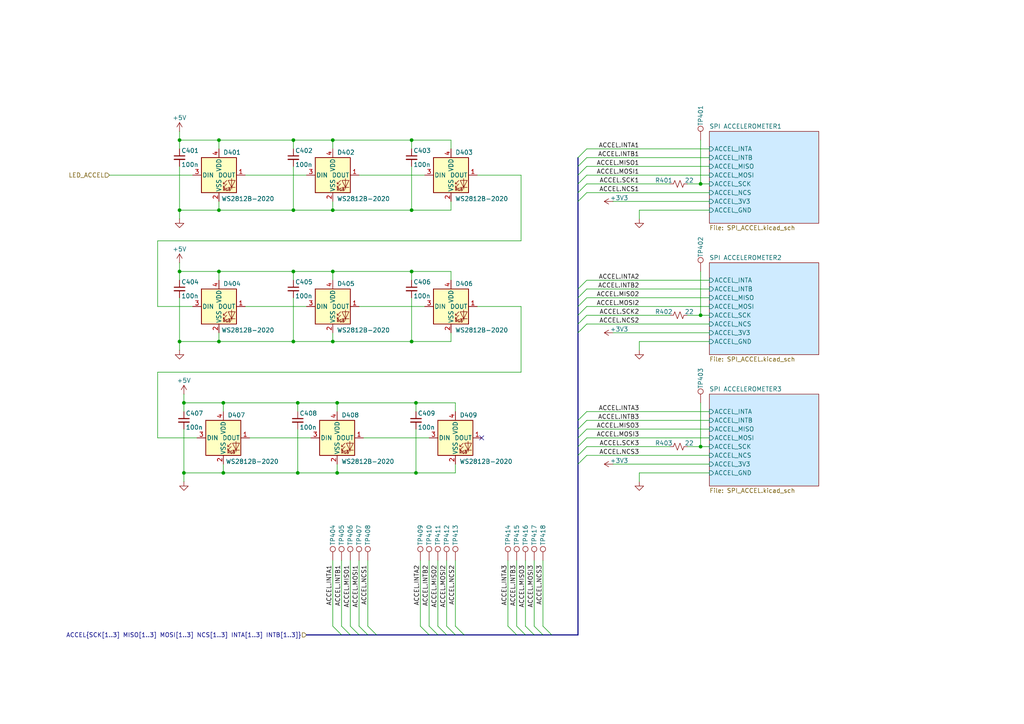
<source format=kicad_sch>
(kicad_sch (version 20231120) (generator "eeschema") (generator_version "8.0")
  (paper "A4")
  (lib_symbols
    (symbol "Connector:TestPoint" (pin_numbers hide) (pin_names (offset 0.762) hide)
      (property "Reference" "TP" (at 0 6.858 0))
      (property "Value" "TestPoint" (at 0 5.08 0))
      (symbol "TestPoint_0_1"
        (circle (center 0 3.302) (radius 0.762))
      )
      (symbol "TestPoint_1_1"
        (pin passive line (at 0 0 90) (length 2.54) (name "1") (number "1"))
      )
    )
    (symbol "Device:C_Small" (pin_numbers hide) (pin_names (offset 0.254) hide)
      (property "Reference" "C" (at 0.254 1.778 0))
      (property "Value" "C_Small" (at 0.254 -2.032 0))
      (symbol "C_Small_0_1"
        (polyline (pts (xy -1.524 -0.508) (xy 1.524 -0.508)) (stroke (width 0.3302)))
        (polyline (pts (xy -1.524 0.508) (xy 1.524 0.508)) (stroke (width 0.3048)))
      )
      (symbol "C_Small_1_1"
        (pin passive line (at 0 2.54 270) (length 2.032) (name "~") (number "1"))
        (pin passive line (at 0 -2.54 90) (length 2.032) (name "~") (number "2"))
      )
    )
    (symbol "Device:R_Small_US" (pin_numbers hide) (pin_names (offset 0.254) hide)
      (property "Reference" "R" (at 0.762 0.508 0))
      (property "Value" "R_Small_US" (at 0.762 -1.016 0))
      (symbol "R_Small_US_1_1"
        (polyline (pts (xy 0 0) (xy 1.016 -0.381) (xy 0 -0.762) (xy -1.016 -1.143) (xy 0 -1.524)))
        (polyline (pts (xy 0 1.524) (xy 1.016 1.143) (xy 0 0.762) (xy -1.016 0.381) (xy 0 0)))
        (pin passive line (at 0 2.54 270) (length 1.016) (name "~") (number "1"))
        (pin passive line (at 0 -2.54 90) (length 1.016) (name "~") (number "2"))
      )
    )
    (symbol "LED:WS2812B-2020" (pin_names (offset 0.254))
      (property "Reference" "D" (at 5.08 5.715 0))
      (property "Value" "WS2812B-2020" (at 1.27 -5.715 0))
      (symbol "WS2812B-2020_0_0"
        (text "RGB" (at 2.286 -4.191 0) (effects (font (size 0.762 0.762))))
      )
      (symbol "WS2812B-2020_0_1"
        (polyline (pts (xy 1.27 -3.556) (xy 1.778 -3.556)))
        (polyline (pts (xy 1.27 -2.54) (xy 1.778 -2.54)))
        (polyline (pts (xy 4.699 -3.556) (xy 2.667 -3.556)))
        (polyline (pts (xy 2.286 -2.54) (xy 1.27 -3.556) (xy 1.27 -3.048)))
        (polyline (pts (xy 2.286 -1.524) (xy 1.27 -2.54) (xy 1.27 -2.032)))
        (polyline (pts (xy 3.683 -1.016) (xy 3.683 -3.556) (xy 3.683 -4.064)))
        (polyline (pts (xy 4.699 -1.524) (xy 2.667 -1.524) (xy 3.683 -3.556) (xy 4.699 -1.524)))
        (rectangle (start 5.08 5.08) (end -5.08 -5.08) (stroke (width 0.254)) (fill (type background)))
      )
      (symbol "WS2812B-2020_1_1"
        (pin output line (at 7.62 0 180) (length 2.54) (name "DOUT") (number "1"))
        (pin power_in line (at 0 -7.62 90) (length 2.54) (name "VSS") (number "2"))
        (pin input line (at -7.62 0 0) (length 2.54) (name "DIN") (number "3"))
        (pin power_in line (at 0 7.62 270) (length 2.54) (name "VDD") (number "4"))
      )
    )
    (symbol "power:+3V3" (power) (pin_numbers hide) (pin_names (offset 0) hide)
      (property "Value" "+3V3" (at 0 3.556 0))
      (symbol "+3V3_0_1"
        (polyline (pts (xy -0.762 1.27) (xy 0 2.54)))
        (polyline (pts (xy 0 0) (xy 0 2.54)))
        (polyline (pts (xy 0 2.54) (xy 0.762 1.27)))
      )
      (symbol "+3V3_1_1"
        (pin power_in line (at 0 0 90) (length 0) (name "~") (number "1"))
      )
    )
    (symbol "power:+5V" (power) (pin_numbers hide) (pin_names (offset 0) hide)
      (property "Value" "+5V" (at 0 3.556 0))
      (symbol "+5V_0_1"
        (polyline (pts (xy -0.762 1.27) (xy 0 2.54)))
        (polyline (pts (xy 0 0) (xy 0 2.54)))
        (polyline (pts (xy 0 2.54) (xy 0.762 1.27)))
      )
      (symbol "+5V_1_1"
        (pin power_in line (at 0 0 90) (length 0) (name "~") (number "1"))
      )
    )
    (symbol "power:GND" (power) (pin_numbers hide) (pin_names (offset 0) hide)
      (property "Value" "GND" (at 0 -3.81 0))
      (symbol "GND_0_1"
        (polyline (pts (xy 0 0) (xy 0 -1.27) (xy 1.27 -1.27) (xy 0 -2.54) (xy -1.27 -1.27) (xy 0 -1.27)))
      )
      (symbol "GND_1_1"
        (pin power_in line (at 0 0 270) (length 0) (name "~") (number "1"))
      )
    )
  )
  (junction (at 96.52 40.64))
  (junction (at 97.79 137.16))
  (junction (at 96.52 99.06))
  (junction (at 63.5 78.74))
  (junction (at 52.07 60.96))
  (junction (at 203.2 129.54))
  (junction (at 203.2 53.34))
  (junction (at 86.36 116.84))
  (junction (at 53.34 137.16))
  (junction (at 119.38 78.74))
  (junction (at 86.36 137.16))
  (junction (at 96.52 78.74))
  (junction (at 119.38 99.06))
  (junction (at 120.65 137.16))
  (junction (at 63.5 99.06))
  (junction (at 52.07 99.06))
  (junction (at 85.09 78.74))
  (junction (at 119.38 60.96))
  (junction (at 85.09 40.64))
  (junction (at 64.77 116.84))
  (junction (at 120.65 116.84))
  (junction (at 85.09 99.06))
  (junction (at 96.52 60.96))
  (junction (at 203.2 91.44))
  (junction (at 53.34 116.84))
  (junction (at 85.09 60.96))
  (junction (at 64.77 137.16))
  (junction (at 52.07 78.74))
  (junction (at 63.5 40.64))
  (junction (at 63.5 60.96))
  (junction (at 119.38 40.64))
  (junction (at 97.79 116.84))
  (junction (at 52.07 40.64))
  (no_connect (at 139.7 127))
  (bus_entry (at 167.64 55.88) (size 2.54 -2.54))
  (bus_entry (at 167.64 132.08) (size 2.54 -2.54))
  (bus_entry (at 99.06 184.15) (size -2.54 -2.54))
  (bus_entry (at 129.54 184.15) (size -2.54 -2.54))
  (bus_entry (at 167.64 91.44) (size 2.54 -2.54))
  (bus_entry (at 167.64 121.92) (size 2.54 -2.54))
  (bus_entry (at 167.64 53.34) (size 2.54 -2.54))
  (bus_entry (at 149.86 184.15) (size -2.54 -2.54))
  (bus_entry (at 167.64 86.36) (size 2.54 -2.54))
  (bus_entry (at 167.64 50.8) (size 2.54 -2.54))
  (bus_entry (at 154.94 184.15) (size -2.54 -2.54))
  (bus_entry (at 160.02 184.15) (size -2.54 -2.54))
  (bus_entry (at 104.14 184.15) (size -2.54 -2.54))
  (bus_entry (at 167.64 58.42) (size 2.54 -2.54))
  (bus_entry (at 101.6 184.15) (size -2.54 -2.54))
  (bus_entry (at 167.64 124.46) (size 2.54 -2.54))
  (bus_entry (at 167.64 96.52) (size 2.54 -2.54))
  (bus_entry (at 167.64 134.62) (size 2.54 -2.54))
  (bus_entry (at 106.68 184.15) (size -2.54 -2.54))
  (bus_entry (at 124.46 184.15) (size -2.54 -2.54))
  (bus_entry (at 109.22 184.15) (size -2.54 -2.54))
  (bus_entry (at 167.64 88.9) (size 2.54 -2.54))
  (bus_entry (at 127 184.15) (size -2.54 -2.54))
  (bus_entry (at 167.64 45.72) (size 2.54 -2.54))
  (bus_entry (at 167.64 129.54) (size 2.54 -2.54))
  (bus_entry (at 157.48 184.15) (size -2.54 -2.54))
  (bus_entry (at 167.64 83.82) (size 2.54 -2.54))
  (bus_entry (at 167.64 93.98) (size 2.54 -2.54))
  (bus_entry (at 132.08 184.15) (size -2.54 -2.54))
  (bus_entry (at 167.64 48.26) (size 2.54 -2.54))
  (bus_entry (at 167.64 127) (size 2.54 -2.54))
  (bus_entry (at 152.4 184.15) (size -2.54 -2.54))
  (bus_entry (at 134.62 184.15) (size -2.54 -2.54))
  (bus (pts (xy 167.64 124.46) (xy 167.64 127)))
  (wire (pts (xy 85.09 78.74) (xy 85.09 81.28)))
  (wire (pts (xy 203.2 53.34) (xy 205.74 53.34)))
  (wire (pts (xy 86.36 116.84) (xy 86.36 119.38)))
  (wire (pts (xy 170.18 127) (xy 205.74 127)))
  (wire (pts (xy 96.52 58.42) (xy 96.52 60.96)))
  (wire (pts (xy 106.68 162.56) (xy 106.68 181.61)))
  (wire (pts (xy 170.18 81.28) (xy 205.74 81.28)))
  (wire (pts (xy 185.42 99.06) (xy 205.74 99.06)))
  (wire (pts (xy 170.18 48.26) (xy 205.74 48.26)))
  (wire (pts (xy 127 181.61) (xy 127 162.56)))
  (wire (pts (xy 97.79 116.84) (xy 120.65 116.84)))
  (wire (pts (xy 86.36 124.46) (xy 86.36 137.16)))
  (wire (pts (xy 85.09 86.36) (xy 85.09 99.06)))
  (wire (pts (xy 132.08 162.56) (xy 132.08 181.61)))
  (bus (pts (xy 167.64 93.98) (xy 167.64 96.52)))
  (wire (pts (xy 170.18 129.54) (xy 194.31 129.54)))
  (wire (pts (xy 130.81 58.42) (xy 130.81 60.96)))
  (bus (pts (xy 109.22 184.15) (xy 124.46 184.15)))
  (wire (pts (xy 63.5 99.06) (xy 85.09 99.06)))
  (wire (pts (xy 170.18 119.38) (xy 205.74 119.38)))
  (bus (pts (xy 106.68 184.15) (xy 109.22 184.15)))
  (wire (pts (xy 170.18 124.46) (xy 205.74 124.46)))
  (wire (pts (xy 119.38 48.26) (xy 119.38 60.96)))
  (wire (pts (xy 104.14 88.9) (xy 123.19 88.9)))
  (wire (pts (xy 119.38 40.64) (xy 119.38 43.18)))
  (wire (pts (xy 52.07 38.1) (xy 52.07 40.64)))
  (wire (pts (xy 96.52 78.74) (xy 96.52 81.28)))
  (wire (pts (xy 85.09 60.96) (xy 96.52 60.96)))
  (wire (pts (xy 96.52 60.96) (xy 119.38 60.96)))
  (bus (pts (xy 167.64 48.26) (xy 167.64 50.8)))
  (bus (pts (xy 154.94 184.15) (xy 157.48 184.15)))
  (bus (pts (xy 167.64 45.72) (xy 167.64 48.26)))
  (wire (pts (xy 203.2 91.44) (xy 205.74 91.44)))
  (wire (pts (xy 149.86 162.56) (xy 149.86 181.61)))
  (bus (pts (xy 167.64 91.44) (xy 167.64 93.98)))
  (wire (pts (xy 185.42 139.7) (xy 185.42 137.16)))
  (bus (pts (xy 101.6 184.15) (xy 104.14 184.15)))
  (wire (pts (xy 185.42 60.96) (xy 205.74 60.96)))
  (wire (pts (xy 97.79 134.62) (xy 97.79 137.16)))
  (wire (pts (xy 53.34 114.3) (xy 53.34 116.84)))
  (wire (pts (xy 170.18 43.18) (xy 205.74 43.18)))
  (bus (pts (xy 167.64 134.62) (xy 167.64 184.15)))
  (bus (pts (xy 124.46 184.15) (xy 127 184.15)))
  (bus (pts (xy 134.62 184.15) (xy 149.86 184.15)))
  (wire (pts (xy 85.09 78.74) (xy 96.52 78.74)))
  (wire (pts (xy 119.38 60.96) (xy 130.81 60.96)))
  (wire (pts (xy 53.34 137.16) (xy 64.77 137.16)))
  (wire (pts (xy 96.52 78.74) (xy 119.38 78.74)))
  (bus (pts (xy 104.14 184.15) (xy 106.68 184.15)))
  (bus (pts (xy 132.08 184.15) (xy 134.62 184.15)))
  (wire (pts (xy 170.18 86.36) (xy 205.74 86.36)))
  (wire (pts (xy 170.18 93.98) (xy 205.74 93.98)))
  (wire (pts (xy 63.5 40.64) (xy 85.09 40.64)))
  (wire (pts (xy 119.38 78.74) (xy 119.38 81.28)))
  (wire (pts (xy 53.34 116.84) (xy 53.34 119.38)))
  (bus (pts (xy 167.64 132.08) (xy 167.64 134.62)))
  (wire (pts (xy 97.79 116.84) (xy 97.79 119.38)))
  (wire (pts (xy 199.39 53.34) (xy 203.2 53.34)))
  (wire (pts (xy 45.72 69.85) (xy 45.72 88.9)))
  (wire (pts (xy 170.18 45.72) (xy 205.74 45.72)))
  (wire (pts (xy 63.5 43.18) (xy 63.5 40.64)))
  (wire (pts (xy 170.18 53.34) (xy 194.31 53.34)))
  (wire (pts (xy 170.18 55.88) (xy 205.74 55.88)))
  (wire (pts (xy 45.72 107.95) (xy 45.72 127)))
  (wire (pts (xy 138.43 88.9) (xy 151.13 88.9)))
  (wire (pts (xy 199.39 129.54) (xy 203.2 129.54)))
  (wire (pts (xy 63.5 81.28) (xy 63.5 78.74)))
  (wire (pts (xy 45.72 127) (xy 57.15 127)))
  (wire (pts (xy 185.42 101.6) (xy 185.42 99.06)))
  (wire (pts (xy 31.75 50.8) (xy 55.88 50.8)))
  (bus (pts (xy 167.64 129.54) (xy 167.64 132.08)))
  (wire (pts (xy 85.09 99.06) (xy 96.52 99.06)))
  (bus (pts (xy 167.64 96.52) (xy 167.64 121.92)))
  (wire (pts (xy 170.18 121.92) (xy 205.74 121.92)))
  (wire (pts (xy 63.5 60.96) (xy 85.09 60.96)))
  (wire (pts (xy 53.34 124.46) (xy 53.34 137.16)))
  (bus (pts (xy 167.64 50.8) (xy 167.64 53.34)))
  (wire (pts (xy 132.08 116.84) (xy 132.08 119.38)))
  (wire (pts (xy 151.13 88.9) (xy 151.13 107.95)))
  (bus (pts (xy 127 184.15) (xy 129.54 184.15)))
  (wire (pts (xy 72.39 127) (xy 90.17 127)))
  (bus (pts (xy 167.64 58.42) (xy 167.64 83.82)))
  (wire (pts (xy 52.07 86.36) (xy 52.07 99.06)))
  (wire (pts (xy 96.52 40.64) (xy 96.52 43.18)))
  (bus (pts (xy 157.48 184.15) (xy 160.02 184.15)))
  (wire (pts (xy 53.34 116.84) (xy 64.77 116.84)))
  (wire (pts (xy 129.54 162.56) (xy 129.54 181.61)))
  (bus (pts (xy 167.64 121.92) (xy 167.64 124.46)))
  (wire (pts (xy 170.18 91.44) (xy 194.31 91.44)))
  (bus (pts (xy 99.06 184.15) (xy 101.6 184.15)))
  (wire (pts (xy 64.77 134.62) (xy 64.77 137.16)))
  (wire (pts (xy 52.07 99.06) (xy 63.5 99.06)))
  (wire (pts (xy 101.6 181.61) (xy 101.6 162.56)))
  (wire (pts (xy 203.2 40.64) (xy 203.2 53.34)))
  (wire (pts (xy 120.65 116.84) (xy 132.08 116.84)))
  (wire (pts (xy 52.07 43.18) (xy 52.07 40.64)))
  (wire (pts (xy 45.72 88.9) (xy 55.88 88.9)))
  (bus (pts (xy 149.86 184.15) (xy 152.4 184.15)))
  (wire (pts (xy 63.5 78.74) (xy 85.09 78.74)))
  (wire (pts (xy 170.18 83.82) (xy 205.74 83.82)))
  (wire (pts (xy 170.18 88.9) (xy 205.74 88.9)))
  (wire (pts (xy 203.2 116.84) (xy 203.2 129.54)))
  (wire (pts (xy 104.14 50.8) (xy 123.19 50.8)))
  (wire (pts (xy 120.65 116.84) (xy 120.65 119.38)))
  (wire (pts (xy 121.92 181.61) (xy 121.92 162.56)))
  (wire (pts (xy 71.12 88.9) (xy 88.9 88.9)))
  (bus (pts (xy 129.54 184.15) (xy 132.08 184.15)))
  (wire (pts (xy 64.77 137.16) (xy 86.36 137.16)))
  (wire (pts (xy 52.07 60.96) (xy 63.5 60.96)))
  (wire (pts (xy 105.41 127) (xy 124.46 127)))
  (bus (pts (xy 167.64 83.82) (xy 167.64 86.36)))
  (wire (pts (xy 53.34 139.7) (xy 53.34 137.16)))
  (wire (pts (xy 152.4 181.61) (xy 152.4 162.56)))
  (wire (pts (xy 170.18 132.08) (xy 205.74 132.08)))
  (wire (pts (xy 64.77 116.84) (xy 86.36 116.84)))
  (wire (pts (xy 71.12 50.8) (xy 88.9 50.8)))
  (wire (pts (xy 85.09 48.26) (xy 85.09 60.96)))
  (bus (pts (xy 167.64 55.88) (xy 167.64 58.42)))
  (wire (pts (xy 177.8 58.42) (xy 205.74 58.42)))
  (wire (pts (xy 154.94 162.56) (xy 154.94 181.61)))
  (wire (pts (xy 151.13 50.8) (xy 151.13 69.85)))
  (wire (pts (xy 130.81 78.74) (xy 130.81 81.28)))
  (wire (pts (xy 52.07 101.6) (xy 52.07 99.06)))
  (wire (pts (xy 119.38 86.36) (xy 119.38 99.06)))
  (wire (pts (xy 177.8 134.62) (xy 205.74 134.62)))
  (wire (pts (xy 185.42 63.5) (xy 185.42 60.96)))
  (bus (pts (xy 152.4 184.15) (xy 154.94 184.15)))
  (wire (pts (xy 177.8 96.52) (xy 205.74 96.52)))
  (wire (pts (xy 170.18 50.8) (xy 205.74 50.8)))
  (bus (pts (xy 160.02 184.15) (xy 167.64 184.15)))
  (wire (pts (xy 130.81 96.52) (xy 130.81 99.06)))
  (wire (pts (xy 151.13 69.85) (xy 45.72 69.85)))
  (wire (pts (xy 63.5 58.42) (xy 63.5 60.96)))
  (wire (pts (xy 119.38 99.06) (xy 130.81 99.06)))
  (wire (pts (xy 52.07 78.74) (xy 63.5 78.74)))
  (bus (pts (xy 167.64 86.36) (xy 167.64 88.9)))
  (wire (pts (xy 119.38 78.74) (xy 130.81 78.74)))
  (wire (pts (xy 86.36 137.16) (xy 97.79 137.16)))
  (bus (pts (xy 167.64 88.9) (xy 167.64 91.44)))
  (wire (pts (xy 185.42 137.16) (xy 205.74 137.16)))
  (wire (pts (xy 203.2 78.74) (xy 203.2 91.44)))
  (wire (pts (xy 199.39 91.44) (xy 203.2 91.44)))
  (wire (pts (xy 64.77 119.38) (xy 64.77 116.84)))
  (wire (pts (xy 130.81 40.64) (xy 130.81 43.18)))
  (wire (pts (xy 52.07 76.2) (xy 52.07 78.74)))
  (wire (pts (xy 96.52 96.52) (xy 96.52 99.06)))
  (wire (pts (xy 124.46 162.56) (xy 124.46 181.61)))
  (wire (pts (xy 63.5 96.52) (xy 63.5 99.06)))
  (wire (pts (xy 97.79 137.16) (xy 120.65 137.16)))
  (wire (pts (xy 120.65 137.16) (xy 132.08 137.16)))
  (wire (pts (xy 85.09 40.64) (xy 96.52 40.64)))
  (bus (pts (xy 167.64 127) (xy 167.64 129.54)))
  (bus (pts (xy 167.64 53.34) (xy 167.64 55.88)))
  (wire (pts (xy 86.36 116.84) (xy 97.79 116.84)))
  (wire (pts (xy 120.65 124.46) (xy 120.65 137.16)))
  (wire (pts (xy 104.14 162.56) (xy 104.14 181.61)))
  (wire (pts (xy 96.52 181.61) (xy 96.52 162.56)))
  (wire (pts (xy 96.52 99.06) (xy 119.38 99.06)))
  (wire (pts (xy 203.2 129.54) (xy 205.74 129.54)))
  (wire (pts (xy 151.13 107.95) (xy 45.72 107.95)))
  (wire (pts (xy 132.08 134.62) (xy 132.08 137.16)))
  (wire (pts (xy 52.07 78.74) (xy 52.07 81.28)))
  (wire (pts (xy 138.43 50.8) (xy 151.13 50.8)))
  (wire (pts (xy 85.09 40.64) (xy 85.09 43.18)))
  (wire (pts (xy 147.32 181.61) (xy 147.32 162.56)))
  (wire (pts (xy 157.48 162.56) (xy 157.48 181.61)))
  (bus (pts (xy 88.9 184.15) (xy 99.06 184.15)))
  (wire (pts (xy 96.52 40.64) (xy 119.38 40.64)))
  (wire (pts (xy 52.07 40.64) (xy 63.5 40.64)))
  (wire (pts (xy 99.06 162.56) (xy 99.06 181.61)))
  (wire (pts (xy 52.07 63.5) (xy 52.07 60.96)))
  (wire (pts (xy 119.38 40.64) (xy 130.81 40.64)))
  (wire (pts (xy 52.07 48.26) (xy 52.07 60.96)))
  (label "ACCEL.MOSI1" (at 104.14 163.83 270) (property "Netclass" "SPI" (effects (hide yes))))
  (label "ACCEL.INTB1" (at 99.06 163.83 270) (property "Netclass" "SPI" (effects (hide yes))))
  (label "ACCEL.INTA1" (at 96.52 163.83 270) (property "Netclass" "SPI" (effects (hide yes))))
  (label "ACCEL.NCS3" (at 185.42 132.08 180))
  (label "ACCEL.MISO1" (at 185.42 48.26 180))
  (label "ACCEL.MOSI2" (at 129.54 163.83 270) (property "Netclass" "SPI" (effects (hide yes))))
  (label "ACCEL.NCS3" (at 157.48 163.83 270) (property "Netclass" "SPI" (effects (hide yes))))
  (label "ACCEL.MOSI2" (at 185.42 88.9 180))
  (label "ACCEL.NCS1" (at 185.42 55.88 180))
  (label "ACCEL.INTA3" (at 185.42 119.38 180))
  (label "ACCEL.INTB1" (at 185.42 45.72 180))
  (label "ACCEL.INTB2" (at 185.42 83.82 180))
  (label "ACCEL.SCK2" (at 185.42 91.44 180))
  (label "ACCEL.MISO2" (at 185.42 86.36 180))
  (label "ACCEL.INTA2" (at 185.42 81.28 180))
  (label "ACCEL.MOSI1" (at 185.42 50.8 180))
  (label "ACCEL.NCS1" (at 106.68 163.83 270) (property "Netclass" "SPI" (effects (hide yes))))
  (label "ACCEL.SCK1" (at 185.42 53.34 180))
  (label "ACCEL.INTA1" (at 185.42 43.18 180))
  (label "ACCEL.MISO1" (at 101.6 163.83 270) (property "Netclass" "SPI" (effects (hide yes))))
  (label "ACCEL.MOSI3" (at 154.94 163.83 270) (property "Netclass" "SPI" (effects (hide yes))))
  (label "ACCEL.NCS2" (at 132.08 163.83 270) (property "Netclass" "SPI" (effects (hide yes))))
  (label "ACCEL.INTB3" (at 185.42 121.92 180))
  (label "ACCEL.MISO3" (at 152.4 163.83 270) (property "Netclass" "SPI" (effects (hide yes))))
  (label "ACCEL.MISO3" (at 185.42 124.46 180))
  (label "ACCEL.MISO2" (at 127 163.83 270) (property "Netclass" "SPI" (effects (hide yes))))
  (label "ACCEL.MOSI3" (at 185.42 127 180))
  (label "ACCEL.INTA2" (at 121.92 163.83 270) (property "Netclass" "SPI" (effects (hide yes))))
  (label "ACCEL.NCS2" (at 185.42 93.98 180))
  (label "ACCEL.SCK3" (at 185.42 129.54 180))
  (label "ACCEL.INTA3" (at 147.32 163.83 270) (property "Netclass" "SPI" (effects (hide yes))))
  (label "ACCEL.INTB2" (at 124.46 163.83 270) (property "Netclass" "SPI" (effects (hide yes))))
  (label "ACCEL.INTB3" (at 149.86 163.83 270) (property "Netclass" "SPI" (effects (hide yes))))
  (hierarchical_label "ACCEL{SCK[1..3] MISO[1..3] MOSI[1..3] NCS[1..3] INTA[1..3] INTB[1..3]}" (shape input) (at 88.9 184.15 180) (effects (font (size 1.25 1.25))) (property "Netclass" "SPI" (effects (hide yes))))
  (hierarchical_label "LED_ACCEL" (shape input) (at 31.75 50.8 180))
  (symbol (lib_id "power:+3V3") (at 177.8 58.42 90) (unit 1)
    (property "Reference" "#PWR0402" (effects (hide yes)))
    (property "Value" "+3V3" (at 179.578 57.404 90))
    (property "Description" "Power symbol creates a global label with name \"+3V3\"" (effects (hide yes)))
  )
  (symbol (lib_id "Connector:TestPoint") (at 147.32 162.56 0) (unit 1) (in_bom no)
    (property "Reference" "TP414" (at 147.32 158.242 90) (effects (justify left)))
    (property "Value" "TestPoint" (effects (hide yes)))
    (property "Footprint" "TestPoint:TestPoint_Pad_D1.0mm" (effects (hide yes)))
    (property "Description" "test point" (effects (hide yes)))
  )
  (symbol (lib_id "Device:R_Small_US") (at 196.85 129.54 270) (unit 1)
    (property "Reference" "R403" (at 192.532 128.524 90))
    (property "Value" "22" (at 199.898 128.524 90))
    (property "Footprint" "Resistor_SMD:R_0402_1005Metric" (effects (hide yes)))
    (property "Datasheet" "https://wmsc.lcsc.com/wmsc/upload/file/pdf/v2/lcsc/2205311900_UNI-ROYAL-Uniroyal-Elec-0402WGF220JTCE_C25092.pdf" (effects (hide yes)))
    (property "Description" "Resistor, small US symbol" (effects (hide yes)))
    (property "LCSC" "C25092" (effects (hide yes)))
  )
  (symbol (lib_id "LED:WS2812B-2020") (at 96.52 50.8 0) (unit 1)
    (property "Reference" "D402" (at 100.33 44.196 0))
    (property "Value" "WS2812B-2020" (at 105.41 57.658 0))
    (property "Footprint" "LED_SMD:LED_WS2812B-2020_PLCC4_2.0x2.0mm" (effects (hide yes)))
    (property "Datasheet" "https://cdn-shop.adafruit.com/product-files/4684/4684_WS2812B-2020_V1.3_EN.pdf" (effects (hide yes)))
    (property "Description" "RGB LED with integrated controller, 2.0 x 2.0 mm, 12 mA" (effects (hide yes)))
    (property "LCSC" "C965555" (effects (hide yes)))
  )
  (symbol (lib_id "Connector:TestPoint") (at 157.48 162.56 0) (unit 1) (in_bom no)
    (property "Reference" "TP418" (at 157.48 158.242 90) (effects (justify left)))
    (property "Value" "TestPoint" (effects (hide yes)))
    (property "Footprint" "TestPoint:TestPoint_Pad_D1.0mm" (effects (hide yes)))
    (property "Description" "test point" (effects (hide yes)))
  )
  (symbol (lib_id "power:+3V3") (at 177.8 134.62 90) (unit 1)
    (property "Reference" "#PWR0410" (effects (hide yes)))
    (property "Value" "+3V3" (at 179.578 133.604 90))
    (property "Description" "Power symbol creates a global label with name \"+3V3\"" (effects (hide yes)))
  )
  (symbol (lib_id "LED:WS2812B-2020") (at 130.81 88.9 0) (unit 1)
    (property "Reference" "D406" (at 134.62 82.296 0))
    (property "Value" "WS2812B-2020" (at 139.7 95.758 0))
    (property "Footprint" "LED_SMD:LED_WS2812B-2020_PLCC4_2.0x2.0mm" (effects (hide yes)))
    (property "Datasheet" "https://cdn-shop.adafruit.com/product-files/4684/4684_WS2812B-2020_V1.3_EN.pdf" (effects (hide yes)))
    (property "Description" "RGB LED with integrated controller, 2.0 x 2.0 mm, 12 mA" (effects (hide yes)))
    (property "LCSC" "C965555" (effects (hide yes)))
  )
  (symbol (lib_id "power:GND") (at 185.42 63.5 0) (unit 1)
    (property "Reference" "#PWR0404" (effects (hide yes)))
    (property "Value" "GND" (effects (hide yes)))
    (property "Description" "Power symbol creates a global label with name \"GND\" , ground" (effects (hide yes)))
  )
  (symbol (lib_id "Connector:TestPoint") (at 132.08 162.56 0) (unit 1) (in_bom no)
    (property "Reference" "TP413" (at 132.08 158.242 90) (effects (justify left)))
    (property "Value" "TestPoint" (effects (hide yes)))
    (property "Footprint" "TestPoint:TestPoint_Pad_D1.0mm" (effects (hide yes)))
    (property "Description" "test point" (effects (hide yes)))
  )
  (symbol (lib_id "Device:C_Small") (at 85.09 83.82 0) (unit 1)
    (property "Reference" "C405" (at 85.598 81.788 0) (effects (justify left)))
    (property "Value" "100n" (at 85.598 85.852 0) (effects (justify left)))
    (property "Footprint" "Capacitor_SMD:C_0402_1005Metric" (effects (hide yes)))
    (property "Datasheet" "https://wmsc.lcsc.com/wmsc/upload/file/pdf/v2/lcsc/2304140030_Samsung-Electro-Mechanics-CL05B104KB54PNC_C307331.pdf" (effects (hide yes)))
    (property "Description" "Unpolarized capacitor, small symbol" (effects (hide yes)))
    (property "LCSC" "C307331" (effects (hide yes)))
  )
  (symbol (lib_id "Connector:TestPoint") (at 203.2 116.84 0) (unit 1) (in_bom no)
    (property "Reference" "TP403" (at 203.2 112.776 90) (effects (justify left)))
    (property "Value" "TestPoint" (effects (hide yes)))
    (property "Footprint" "TestPoint:TestPoint_Pad_D1.0mm" (effects (hide yes)))
    (property "Description" "test point" (effects (hide yes)))
  )
  (symbol (lib_id "Connector:TestPoint") (at 127 162.56 0) (unit 1) (in_bom no)
    (property "Reference" "TP411" (at 127 158.242 90) (effects (justify left)))
    (property "Value" "TestPoint" (effects (hide yes)))
    (property "Footprint" "TestPoint:TestPoint_Pad_D1.0mm" (effects (hide yes)))
    (property "Description" "test point" (effects (hide yes)))
  )
  (symbol (lib_id "Device:C_Small") (at 52.07 45.72 0) (unit 1)
    (property "Reference" "C401" (at 52.578 43.688 0) (effects (justify left)))
    (property "Value" "100n" (at 52.578 47.752 0) (effects (justify left)))
    (property "Footprint" "Capacitor_SMD:C_0402_1005Metric" (effects (hide yes)))
    (property "Datasheet" "https://wmsc.lcsc.com/wmsc/upload/file/pdf/v2/lcsc/2304140030_Samsung-Electro-Mechanics-CL05B104KB54PNC_C307331.pdf" (effects (hide yes)))
    (property "Description" "Unpolarized capacitor, small symbol" (effects (hide yes)))
    (property "LCSC" "C307331" (effects (hide yes)))
  )
  (symbol (lib_id "Device:C_Small") (at 52.07 83.82 0) (unit 1)
    (property "Reference" "C404" (at 52.578 81.788 0) (effects (justify left)))
    (property "Value" "100n" (at 52.578 85.852 0) (effects (justify left)))
    (property "Footprint" "Capacitor_SMD:C_0402_1005Metric" (effects (hide yes)))
    (property "Datasheet" "https://wmsc.lcsc.com/wmsc/upload/file/pdf/v2/lcsc/2304140030_Samsung-Electro-Mechanics-CL05B104KB54PNC_C307331.pdf" (effects (hide yes)))
    (property "Description" "Unpolarized capacitor, small symbol" (effects (hide yes)))
    (property "LCSC" "C307331" (effects (hide yes)))
  )
  (symbol (lib_id "Connector:TestPoint") (at 203.2 40.64 0) (unit 1) (in_bom no)
    (property "Reference" "TP401" (at 203.2 36.576 90) (effects (justify left)))
    (property "Value" "TestPoint" (effects (hide yes)))
    (property "Footprint" "TestPoint:TestPoint_Pad_D1.0mm" (effects (hide yes)))
    (property "Description" "test point" (effects (hide yes)))
  )
  (symbol (lib_id "Connector:TestPoint") (at 129.54 162.56 0) (unit 1) (in_bom no)
    (property "Reference" "TP412" (at 129.54 158.242 90) (effects (justify left)))
    (property "Value" "TestPoint" (effects (hide yes)))
    (property "Footprint" "TestPoint:TestPoint_Pad_D1.0mm" (effects (hide yes)))
    (property "Description" "test point" (effects (hide yes)))
  )
  (symbol (lib_id "Device:R_Small_US") (at 196.85 91.44 270) (unit 1)
    (property "Reference" "R402" (at 192.532 90.424 90))
    (property "Value" "22" (at 199.898 90.424 90))
    (property "Footprint" "Resistor_SMD:R_0402_1005Metric" (effects (hide yes)))
    (property "Datasheet" "https://wmsc.lcsc.com/wmsc/upload/file/pdf/v2/lcsc/2205311900_UNI-ROYAL-Uniroyal-Elec-0402WGF220JTCE_C25092.pdf" (effects (hide yes)))
    (property "Description" "Resistor, small US symbol" (effects (hide yes)))
    (property "LCSC" "C25092" (effects (hide yes)))
  )
  (symbol (lib_id "Connector:TestPoint") (at 203.2 78.74 0) (unit 1) (in_bom no)
    (property "Reference" "TP402" (at 203.2 74.676 90) (effects (justify left)))
    (property "Value" "TestPoint" (effects (hide yes)))
    (property "Footprint" "TestPoint:TestPoint_Pad_D1.0mm" (effects (hide yes)))
    (property "Description" "test point" (effects (hide yes)))
  )
  (symbol (lib_id "power:+5V") (at 52.07 76.2 0) (unit 1)
    (property "Reference" "#PWR0405" (effects (hide yes)))
    (property "Value" "+5V" (at 52.07 72.263 0))
    (property "Description" "Power symbol creates a global label with name \"+5V\"" (effects (hide yes)))
  )
  (symbol (lib_id "power:GND") (at 52.07 101.6 0) (unit 1)
    (property "Reference" "#PWR0407" (effects (hide yes)))
    (property "Value" "GND" (effects (hide yes)))
    (property "Description" "Power symbol creates a global label with name \"GND\" , ground" (effects (hide yes)))
  )
  (symbol (lib_id "power:+5V") (at 53.34 114.3 0) (unit 1)
    (property "Reference" "#PWR0409" (effects (hide yes)))
    (property "Value" "+5V" (at 53.34 110.363 0))
    (property "Description" "Power symbol creates a global label with name \"+5V\"" (effects (hide yes)))
  )
  (symbol (lib_id "Device:C_Small") (at 119.38 83.82 0) (unit 1)
    (property "Reference" "C406" (at 119.888 81.788 0) (effects (justify left)))
    (property "Value" "100n" (at 119.888 85.852 0) (effects (justify left)))
    (property "Footprint" "Capacitor_SMD:C_0402_1005Metric" (effects (hide yes)))
    (property "Datasheet" "https://wmsc.lcsc.com/wmsc/upload/file/pdf/v2/lcsc/2304140030_Samsung-Electro-Mechanics-CL05B104KB54PNC_C307331.pdf" (effects (hide yes)))
    (property "Description" "Unpolarized capacitor, small symbol" (effects (hide yes)))
    (property "LCSC" "C307331" (effects (hide yes)))
  )
  (symbol (lib_id "LED:WS2812B-2020") (at 97.79 127 0) (unit 1)
    (property "Reference" "D408" (at 101.6 120.396 0))
    (property "Value" "WS2812B-2020" (at 106.68 133.858 0))
    (property "Footprint" "LED_SMD:LED_WS2812B-2020_PLCC4_2.0x2.0mm" (effects (hide yes)))
    (property "Datasheet" "https://cdn-shop.adafruit.com/product-files/4684/4684_WS2812B-2020_V1.3_EN.pdf" (effects (hide yes)))
    (property "Description" "RGB LED with integrated controller, 2.0 x 2.0 mm, 12 mA" (effects (hide yes)))
    (property "LCSC" "C965555" (effects (hide yes)))
  )
  (symbol (lib_id "Connector:TestPoint") (at 101.6 162.56 0) (unit 1) (in_bom no)
    (property "Reference" "TP406" (at 101.6 158.242 90) (effects (justify left)))
    (property "Value" "TestPoint" (effects (hide yes)))
    (property "Footprint" "TestPoint:TestPoint_Pad_D1.0mm" (effects (hide yes)))
    (property "Description" "test point" (effects (hide yes)))
  )
  (symbol (lib_id "LED:WS2812B-2020") (at 130.81 50.8 0) (unit 1)
    (property "Reference" "D403" (at 134.62 44.196 0))
    (property "Value" "WS2812B-2020" (at 139.7 57.658 0))
    (property "Footprint" "LED_SMD:LED_WS2812B-2020_PLCC4_2.0x2.0mm" (effects (hide yes)))
    (property "Datasheet" "https://cdn-shop.adafruit.com/product-files/4684/4684_WS2812B-2020_V1.3_EN.pdf" (effects (hide yes)))
    (property "Description" "RGB LED with integrated controller, 2.0 x 2.0 mm, 12 mA" (effects (hide yes)))
    (property "LCSC" "C965555" (effects (hide yes)))
  )
  (symbol (lib_id "Connector:TestPoint") (at 96.52 162.56 0) (unit 1) (in_bom no)
    (property "Reference" "TP404" (at 96.52 158.242 90) (effects (justify left)))
    (property "Value" "TestPoint" (effects (hide yes)))
    (property "Footprint" "TestPoint:TestPoint_Pad_D1.0mm" (effects (hide yes)))
    (property "Description" "test point" (effects (hide yes)))
  )
  (symbol (lib_id "Connector:TestPoint") (at 152.4 162.56 0) (unit 1) (in_bom no)
    (property "Reference" "TP416" (at 152.4 158.242 90) (effects (justify left)))
    (property "Value" "TestPoint" (effects (hide yes)))
    (property "Footprint" "TestPoint:TestPoint_Pad_D1.0mm" (effects (hide yes)))
    (property "Description" "test point" (effects (hide yes)))
  )
  (symbol (lib_id "Device:C_Small") (at 119.38 45.72 0) (unit 1)
    (property "Reference" "C403" (at 119.888 43.688 0) (effects (justify left)))
    (property "Value" "100n" (at 119.888 47.752 0) (effects (justify left)))
    (property "Footprint" "Capacitor_SMD:C_0402_1005Metric" (effects (hide yes)))
    (property "Datasheet" "https://wmsc.lcsc.com/wmsc/upload/file/pdf/v2/lcsc/2304140030_Samsung-Electro-Mechanics-CL05B104KB54PNC_C307331.pdf" (effects (hide yes)))
    (property "Description" "Unpolarized capacitor, small symbol" (effects (hide yes)))
    (property "LCSC" "C307331" (effects (hide yes)))
  )
  (symbol (lib_id "Device:C_Small") (at 53.34 121.92 0) (unit 1)
    (property "Reference" "C407" (at 53.848 119.888 0) (effects (justify left)))
    (property "Value" "100n" (at 53.848 123.952 0) (effects (justify left)))
    (property "Footprint" "Capacitor_SMD:C_0402_1005Metric" (effects (hide yes)))
    (property "Datasheet" "https://wmsc.lcsc.com/wmsc/upload/file/pdf/v2/lcsc/2304140030_Samsung-Electro-Mechanics-CL05B104KB54PNC_C307331.pdf" (effects (hide yes)))
    (property "Description" "Unpolarized capacitor, small symbol" (effects (hide yes)))
    (property "LCSC" "C307331" (effects (hide yes)))
  )
  (symbol (lib_id "LED:WS2812B-2020") (at 63.5 50.8 0) (unit 1)
    (property "Reference" "D401" (at 67.31 44.196 0))
    (property "Value" "WS2812B-2020" (at 71.882 57.658 0))
    (property "Footprint" "LED_SMD:LED_WS2812B-2020_PLCC4_2.0x2.0mm" (effects (hide yes)))
    (property "Datasheet" "https://cdn-shop.adafruit.com/product-files/4684/4684_WS2812B-2020_V1.3_EN.pdf" (effects (hide yes)))
    (property "Description" "RGB LED with integrated controller, 2.0 x 2.0 mm, 12 mA" (effects (hide yes)))
    (property "LCSC" "C965555" (effects (hide yes)))
  )
  (symbol (lib_id "Device:C_Small") (at 85.09 45.72 0) (unit 1)
    (property "Reference" "C402" (at 85.598 43.688 0) (effects (justify left)))
    (property "Value" "100n" (at 85.598 47.752 0) (effects (justify left)))
    (property "Footprint" "Capacitor_SMD:C_0402_1005Metric" (effects (hide yes)))
    (property "Datasheet" "https://wmsc.lcsc.com/wmsc/upload/file/pdf/v2/lcsc/2304140030_Samsung-Electro-Mechanics-CL05B104KB54PNC_C307331.pdf" (effects (hide yes)))
    (property "Description" "Unpolarized capacitor, small symbol" (effects (hide yes)))
    (property "LCSC" "C307331" (effects (hide yes)))
  )
  (symbol (lib_id "Device:C_Small") (at 120.65 121.92 0) (unit 1)
    (property "Reference" "C409" (at 121.158 119.888 0) (effects (justify left)))
    (property "Value" "100n" (at 121.158 123.952 0) (effects (justify left)))
    (property "Footprint" "Capacitor_SMD:C_0402_1005Metric" (effects (hide yes)))
    (property "Datasheet" "https://wmsc.lcsc.com/wmsc/upload/file/pdf/v2/lcsc/2304140030_Samsung-Electro-Mechanics-CL05B104KB54PNC_C307331.pdf" (effects (hide yes)))
    (property "Description" "Unpolarized capacitor, small symbol" (effects (hide yes)))
    (property "LCSC" "C307331" (effects (hide yes)))
  )
  (symbol (lib_id "Connector:TestPoint") (at 154.94 162.56 0) (unit 1) (in_bom no)
    (property "Reference" "TP417" (at 154.94 158.242 90) (effects (justify left)))
    (property "Value" "TestPoint" (effects (hide yes)))
    (property "Footprint" "TestPoint:TestPoint_Pad_D1.0mm" (effects (hide yes)))
    (property "Description" "test point" (effects (hide yes)))
  )
  (symbol (lib_id "power:GND") (at 185.42 139.7 0) (unit 1)
    (property "Reference" "#PWR0412" (effects (hide yes)))
    (property "Value" "GND" (effects (hide yes)))
    (property "Description" "Power symbol creates a global label with name \"GND\" , ground" (effects (hide yes)))
  )
  (symbol (lib_id "Connector:TestPoint") (at 149.86 162.56 0) (unit 1) (in_bom no)
    (property "Reference" "TP415" (at 149.86 158.242 90) (effects (justify left)))
    (property "Value" "TestPoint" (effects (hide yes)))
    (property "Footprint" "TestPoint:TestPoint_Pad_D1.0mm" (effects (hide yes)))
    (property "Description" "test point" (effects (hide yes)))
  )
  (symbol (lib_id "LED:WS2812B-2020") (at 132.08 127 0) (unit 1)
    (property "Reference" "D409" (at 135.89 120.396 0))
    (property "Value" "WS2812B-2020" (at 140.97 133.858 0))
    (property "Footprint" "LED_SMD:LED_WS2812B-2020_PLCC4_2.0x2.0mm" (effects (hide yes)))
    (property "Datasheet" "https://cdn-shop.adafruit.com/product-files/4684/4684_WS2812B-2020_V1.3_EN.pdf" (effects (hide yes)))
    (property "Description" "RGB LED with integrated controller, 2.0 x 2.0 mm, 12 mA" (effects (hide yes)))
    (property "LCSC" "C965555" (effects (hide yes)))
  )
  (symbol (lib_id "Connector:TestPoint") (at 121.92 162.56 0) (unit 1) (in_bom no)
    (property "Reference" "TP409" (at 121.92 158.242 90) (effects (justify left)))
    (property "Value" "TestPoint" (effects (hide yes)))
    (property "Footprint" "TestPoint:TestPoint_Pad_D1.0mm" (effects (hide yes)))
    (property "Description" "test point" (effects (hide yes)))
  )
  (symbol (lib_id "LED:WS2812B-2020") (at 64.77 127 0) (unit 1)
    (property "Reference" "D407" (at 68.58 120.396 0))
    (property "Value" "WS2812B-2020" (at 73.152 133.858 0))
    (property "Footprint" "LED_SMD:LED_WS2812B-2020_PLCC4_2.0x2.0mm" (effects (hide yes)))
    (property "Datasheet" "https://cdn-shop.adafruit.com/product-files/4684/4684_WS2812B-2020_V1.3_EN.pdf" (effects (hide yes)))
    (property "Description" "RGB LED with integrated controller, 2.0 x 2.0 mm, 12 mA" (effects (hide yes)))
    (property "LCSC" "C965555" (effects (hide yes)))
  )
  (symbol (lib_id "power:GND") (at 53.34 139.7 0) (unit 1)
    (property "Reference" "#PWR0411" (effects (hide yes)))
    (property "Value" "GND" (effects (hide yes)))
    (property "Description" "Power symbol creates a global label with name \"GND\" , ground" (effects (hide yes)))
  )
  (symbol (lib_id "power:GND") (at 52.07 63.5 0) (unit 1)
    (property "Reference" "#PWR0403" (effects (hide yes)))
    (property "Value" "GND" (effects (hide yes)))
    (property "Description" "Power symbol creates a global label with name \"GND\" , ground" (effects (hide yes)))
  )
  (symbol (lib_id "Connector:TestPoint") (at 99.06 162.56 0) (unit 1) (in_bom no)
    (property "Reference" "TP405" (at 99.06 158.242 90) (effects (justify left)))
    (property "Value" "TestPoint" (effects (hide yes)))
    (property "Footprint" "TestPoint:TestPoint_Pad_D1.0mm" (effects (hide yes)))
    (property "Description" "test point" (effects (hide yes)))
  )
  (symbol (lib_id "power:+5V") (at 52.07 38.1 0) (unit 1)
    (property "Reference" "#PWR0401" (effects (hide yes)))
    (property "Value" "+5V" (at 52.07 34.163 0))
    (property "Description" "Power symbol creates a global label with name \"+5V\"" (effects (hide yes)))
  )
  (symbol (lib_id "power:+3V3") (at 177.8 96.52 90) (unit 1)
    (property "Reference" "#PWR0406" (effects (hide yes)))
    (property "Value" "+3V3" (at 179.578 95.504 90))
    (property "Description" "Power symbol creates a global label with name \"+3V3\"" (effects (hide yes)))
  )
  (symbol (lib_id "Connector:TestPoint") (at 106.68 162.56 0) (unit 1) (in_bom no)
    (property "Reference" "TP408" (at 106.68 158.242 90) (effects (justify left)))
    (property "Value" "TestPoint" (effects (hide yes)))
    (property "Footprint" "TestPoint:TestPoint_Pad_D1.0mm" (effects (hide yes)))
    (property "Description" "test point" (effects (hide yes)))
  )
  (symbol (lib_id "Device:C_Small") (at 86.36 121.92 0) (unit 1)
    (property "Reference" "C408" (at 86.868 119.888 0) (effects (justify left)))
    (property "Value" "100n" (at 86.868 123.952 0) (effects (justify left)))
    (property "Footprint" "Capacitor_SMD:C_0402_1005Metric" (effects (hide yes)))
    (property "Datasheet" "https://wmsc.lcsc.com/wmsc/upload/file/pdf/v2/lcsc/2304140030_Samsung-Electro-Mechanics-CL05B104KB54PNC_C307331.pdf" (effects (hide yes)))
    (property "Description" "Unpolarized capacitor, small symbol" (effects (hide yes)))
    (property "LCSC" "C307331" (effects (hide yes)))
  )
  (symbol (lib_id "Device:R_Small_US") (at 196.85 53.34 270) (unit 1)
    (property "Reference" "R401" (at 192.532 52.324 90))
    (property "Value" "22" (at 199.898 52.324 90))
    (property "Footprint" "Resistor_SMD:R_0402_1005Metric" (effects (hide yes)))
    (property "Datasheet" "https://wmsc.lcsc.com/wmsc/upload/file/pdf/v2/lcsc/2205311900_UNI-ROYAL-Uniroyal-Elec-0402WGF220JTCE_C25092.pdf" (effects (hide yes)))
    (property "Description" "Resistor, small US symbol" (effects (hide yes)))
    (property "LCSC" "C25092" (effects (hide yes)))
  )
  (symbol (lib_id "LED:WS2812B-2020") (at 96.52 88.9 0) (unit 1)
    (property "Reference" "D405" (at 100.33 82.296 0))
    (property "Value" "WS2812B-2020" (at 105.41 95.758 0))
    (property "Footprint" "LED_SMD:LED_WS2812B-2020_PLCC4_2.0x2.0mm" (effects (hide yes)))
    (property "Datasheet" "https://cdn-shop.adafruit.com/product-files/4684/4684_WS2812B-2020_V1.3_EN.pdf" (effects (hide yes)))
    (property "Description" "RGB LED with integrated controller, 2.0 x 2.0 mm, 12 mA" (effects (hide yes)))
    (property "LCSC" "C965555" (effects (hide yes)))
  )
  (symbol (lib_id "Connector:TestPoint") (at 104.14 162.56 0) (unit 1) (in_bom no)
    (property "Reference" "TP407" (at 104.14 158.242 90) (effects (justify left)))
    (property "Value" "TestPoint" (effects (hide yes)))
    (property "Footprint" "TestPoint:TestPoint_Pad_D1.0mm" (effects (hide yes)))
    (property "Description" "test point" (effects (hide yes)))
  )
  (symbol (lib_id "Connector:TestPoint") (at 124.46 162.56 0) (unit 1) (in_bom no)
    (property "Reference" "TP410" (at 124.46 158.242 90) (effects (justify left)))
    (property "Value" "TestPoint" (effects (hide yes)))
    (property "Footprint" "TestPoint:TestPoint_Pad_D1.0mm" (effects (hide yes)))
    (property "Description" "test point" (effects (hide yes)))
  )
  (symbol (lib_id "LED:WS2812B-2020") (at 63.5 88.9 0) (unit 1)
    (property "Reference" "D404" (at 67.31 82.296 0))
    (property "Value" "WS2812B-2020" (at 71.882 95.758 0))
    (property "Footprint" "LED_SMD:LED_WS2812B-2020_PLCC4_2.0x2.0mm" (effects (hide yes)))
    (property "Datasheet" "https://cdn-shop.adafruit.com/product-files/4684/4684_WS2812B-2020_V1.3_EN.pdf" (effects (hide yes)))
    (property "Description" "RGB LED with integrated controller, 2.0 x 2.0 mm, 12 mA" (effects (hide yes)))
    (property "LCSC" "C965555" (effects (hide yes)))
  )
  (symbol (lib_id "power:GND") (at 185.42 101.6 0) (unit 1)
    (property "Reference" "#PWR0408" (effects (hide yes)))
    (property "Value" "GND" (effects (hide yes)))
    (property "Description" "Power symbol creates a global label with name \"GND\" , ground" (effects (hide yes)))
  )
  (sheet (at 205.74 38.1) (size 31.75 26.67) (stroke (width 0.1524)) (fill (color 161 216 255 0.5000))
    (property "Sheetname" "SPI ACCELEROMETER1" (at 205.74 37.3884 0) (effects (justify left bottom)))
    (property "Sheetfile" "SPI_ACCEL.kicad_sch" (at 205.74 65.3546 0) (effects (justify left top)))
    (pin "ACCEL_INTA" input (at 205.74 43.18 180))
    (pin "ACCEL_INTB" input (at 205.74 45.72 180))
    (pin "ACCEL_3V3" input (at 205.74 58.42 180))
    (pin "ACCEL_MISO" input (at 205.74 48.26 180))
    (pin "ACCEL_MOSI" input (at 205.74 50.8 180))
    (pin "ACCEL_NCS" input (at 205.74 55.88 180))
    (pin "ACCEL_SCK" input (at 205.74 53.34 180))
    (pin "ACCEL_GND" input (at 205.74 60.96 180))
  )
  (sheet (at 205.74 114.3) (size 31.75 26.67) (stroke (width 0.1524)) (fill (color 161 216 255 0.5000))
    (property "Sheetname" "SPI ACCELEROMETER3" (at 205.74 113.5884 0) (effects (justify left bottom)))
    (property "Sheetfile" "SPI_ACCEL.kicad_sch" (at 205.74 141.5546 0) (effects (justify left top)))
    (pin "ACCEL_INTA" input (at 205.74 119.38 180))
    (pin "ACCEL_INTB" input (at 205.74 121.92 180))
    (pin "ACCEL_3V3" input (at 205.74 134.62 180))
    (pin "ACCEL_MISO" input (at 205.74 124.46 180))
    (pin "ACCEL_MOSI" input (at 205.74 127 180))
    (pin "ACCEL_NCS" input (at 205.74 132.08 180))
    (pin "ACCEL_SCK" input (at 205.74 129.54 180))
    (pin "ACCEL_GND" input (at 205.74 137.16 180))
  )
  (sheet (at 205.74 76.2) (size 31.75 26.67) (stroke (width 0.1524)) (fill (color 161 216 255 0.5000))
    (property "Sheetname" "SPI ACCELEROMETER2" (at 205.74 75.4884 0) (effects (justify left bottom)))
    (property "Sheetfile" "SPI_ACCEL.kicad_sch" (at 205.74 103.4546 0) (effects (justify left top)))
    (pin "ACCEL_INTA" input (at 205.74 81.28 180))
    (pin "ACCEL_INTB" input (at 205.74 83.82 180))
    (pin "ACCEL_3V3" input (at 205.74 96.52 180))
    (pin "ACCEL_MISO" input (at 205.74 86.36 180))
    (pin "ACCEL_MOSI" input (at 205.74 88.9 180))
    (pin "ACCEL_NCS" input (at 205.74 93.98 180))
    (pin "ACCEL_SCK" input (at 205.74 91.44 180))
    (pin "ACCEL_GND" input (at 205.74 99.06 180))
  )
)
</source>
